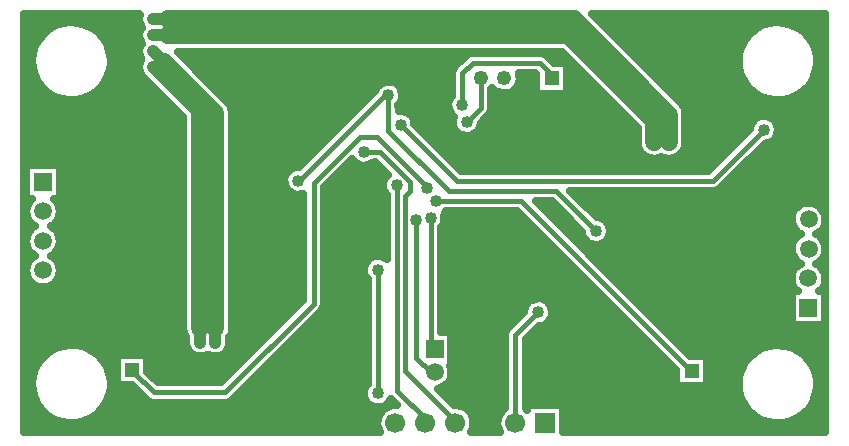
<source format=gbr>
G04 DipTrace 2.4.0.2*
%INBottom.gbr*%
%MOIN*%
%ADD13C,0.015*%
%ADD14C,0.04*%
%ADD15C,0.0591*%
%ADD16C,0.0492*%
%ADD19C,0.025*%
%ADD25R,0.0591X0.0591*%
%ADD26C,0.0591*%
%ADD28R,0.0492X0.0492*%
%ADD31R,0.0669X0.0669*%
%ADD32C,0.0669*%
%FSLAX44Y44*%
G04*
G70*
G90*
G75*
G01*
%LNBottom*%
%LPD*%
X8631Y16462D2*
D14*
X10193Y14900D1*
D15*
Y7785D1*
D14*
Y7290D1*
X8633Y16997D2*
X8983Y16646D1*
D15*
X10701Y14928D1*
Y7785D1*
D14*
Y7290D1*
X8629Y17527D2*
X9124D1*
D15*
X22472D1*
X25337Y14663D1*
Y13981D1*
D14*
X25361Y13957D1*
X8633Y18060D2*
X9128D1*
D15*
X22642D1*
X25811Y14890D1*
Y13979D1*
D14*
X25786Y13953D1*
X16466Y15530D2*
D13*
X16350D1*
X13502Y12682D1*
X13468D1*
X16466Y15530D2*
Y14352D1*
X18475Y12343D1*
X22049D1*
X23390Y11002D1*
X20704Y4603D2*
Y7543D1*
X21459Y8298D1*
X18932Y15197D2*
Y16263D1*
X19287Y16618D1*
X21515D1*
X21910Y16223D1*
Y16103D1*
X19085Y14639D2*
X19546Y15099D1*
Y16103D1*
X16751Y12538D2*
Y5684D1*
X17707Y4729D1*
Y4606D1*
X17704Y4603D1*
X15660Y13653D2*
X16173D1*
X17190Y12636D1*
Y12337D1*
X17039Y12185D1*
Y6353D1*
X18672Y4719D1*
Y4635D1*
X18704Y4603D1*
X17747Y12453D2*
Y12481D1*
X16075Y14152D1*
X15519D1*
X13973Y12606D1*
Y8585D1*
X11018Y5631D1*
X8649D1*
X7929Y6351D1*
Y6374D1*
X16875Y14555D2*
X18758Y12672D1*
X27278D1*
X28991Y14386D1*
X18058Y12016D2*
X20896D1*
X26565Y6347D1*
X26583D1*
X18008Y7085D2*
X17874D1*
Y11457D1*
X17392Y11375D2*
Y6786D1*
X17880Y6297D1*
X18008D1*
X16121Y5599D2*
Y9716D1*
D14*
X21459Y8298D3*
X18932Y15197D3*
X19085Y14639D3*
X16751Y12538D3*
X15660Y13653D3*
X17747Y12453D3*
X16875Y14555D3*
X28991Y14386D3*
X18058Y12016D3*
X17874Y11457D3*
X17392Y11375D3*
X16121Y5599D3*
Y9716D3*
X29238Y11154D3*
X28820Y8254D3*
X19951Y10745D3*
X15195Y10667D3*
X18405Y11403D3*
X6033Y12018D3*
X5992Y9462D3*
X8381Y15269D3*
X8633Y18060D3*
X10701Y7290D3*
X16466Y15530D3*
X13468Y12682D3*
X23390Y11002D3*
X8629Y17527D3*
X8633Y16997D3*
X8631Y16462D3*
X25786Y13953D3*
X25361Y13957D3*
X10193Y7290D3*
X14643Y8904D3*
X4347Y18000D2*
D19*
X8146D1*
X23517D2*
X31006D1*
X4347Y17752D2*
X5154D1*
X6657D2*
X8197D1*
X23767D2*
X28701D1*
X30204D2*
X31006D1*
X4347Y17503D2*
X4877D1*
X6935D2*
X8139D1*
X24017D2*
X28424D1*
X30482D2*
X31006D1*
X4347Y17254D2*
X4713D1*
X7099D2*
X8221D1*
X24263D2*
X28260D1*
X30646D2*
X31006D1*
X4347Y17006D2*
X4619D1*
X7193D2*
X8143D1*
X24513D2*
X28166D1*
X30739D2*
X31006D1*
X4347Y16757D2*
X4576D1*
X7236D2*
X8209D1*
X9689D2*
X18920D1*
X21880D2*
X22424D1*
X24763D2*
X28123D1*
X30782D2*
X31006D1*
X4347Y16508D2*
X4584D1*
X7228D2*
X8143D1*
X9939D2*
X18670D1*
X22446D2*
X22674D1*
X25009D2*
X28131D1*
X30775D2*
X31006D1*
X4347Y16260D2*
X4639D1*
X7173D2*
X8186D1*
X10189D2*
X18568D1*
X20845D2*
X21369D1*
X22446D2*
X22924D1*
X25259D2*
X28186D1*
X30720D2*
X31006D1*
X4347Y16011D2*
X4748D1*
X7064D2*
X8400D1*
X10435D2*
X18568D1*
X20861D2*
X21373D1*
X22446D2*
X23170D1*
X25509D2*
X28295D1*
X30607D2*
X31006D1*
X4347Y15762D2*
X4936D1*
X6876D2*
X8646D1*
X10685D2*
X16037D1*
X16896D2*
X18568D1*
X20739D2*
X21373D1*
X22446D2*
X23420D1*
X25755D2*
X28482D1*
X30423D2*
X31006D1*
X4347Y15513D2*
X5264D1*
X6548D2*
X8896D1*
X10935D2*
X15826D1*
X16954D2*
X18564D1*
X19911D2*
X23670D1*
X26005D2*
X28811D1*
X30095D2*
X31006D1*
X4347Y15265D2*
X9146D1*
X11173D2*
X15580D1*
X16872D2*
X18447D1*
X19911D2*
X23916D1*
X26251D2*
X31006D1*
X4347Y15016D2*
X9393D1*
X11278D2*
X15330D1*
X16962D2*
X18478D1*
X19900D2*
X24166D1*
X26384D2*
X31006D1*
X4347Y14767D2*
X9607D1*
X11286D2*
X15080D1*
X17314D2*
X18615D1*
X19720D2*
X24416D1*
X26396D2*
X28701D1*
X29282D2*
X31006D1*
X4347Y14519D2*
X9607D1*
X11286D2*
X14834D1*
X17415D2*
X18611D1*
X19560D2*
X24662D1*
X26396D2*
X28521D1*
X29462D2*
X31006D1*
X4347Y14270D2*
X9607D1*
X11286D2*
X14584D1*
X17665D2*
X18775D1*
X19392D2*
X24752D1*
X26396D2*
X28369D1*
X29466D2*
X31006D1*
X4347Y14021D2*
X9607D1*
X11286D2*
X14334D1*
X17915D2*
X24752D1*
X26396D2*
X28123D1*
X29306D2*
X31006D1*
X4347Y13773D2*
X9607D1*
X11286D2*
X14088D1*
X18161D2*
X24791D1*
X26357D2*
X27873D1*
X28884D2*
X31006D1*
X4347Y13524D2*
X9607D1*
X11286D2*
X13838D1*
X18411D2*
X24986D1*
X26165D2*
X27623D1*
X28634D2*
X31006D1*
X4347Y13275D2*
X9607D1*
X11286D2*
X13588D1*
X15146D2*
X15365D1*
X18661D2*
X27377D1*
X28388D2*
X31006D1*
X5544Y13027D2*
X9607D1*
X11286D2*
X13131D1*
X14900D2*
X16295D1*
X18907D2*
X27127D1*
X28138D2*
X31006D1*
X5544Y12778D2*
X9607D1*
X11286D2*
X12986D1*
X14650D2*
X16326D1*
X27888D2*
X31006D1*
X5544Y12529D2*
X9607D1*
X11286D2*
X13006D1*
X14400D2*
X16260D1*
X27642D2*
X31006D1*
X5544Y12281D2*
X9607D1*
X11286D2*
X13209D1*
X14337D2*
X16338D1*
X22618D2*
X31006D1*
X4347Y12032D2*
X4514D1*
X5403D2*
X9607D1*
X11286D2*
X13607D1*
X14337D2*
X16385D1*
X22864D2*
X31006D1*
X5528Y11783D2*
X9607D1*
X11286D2*
X13607D1*
X14337D2*
X16385D1*
X21634D2*
X22103D1*
X23114D2*
X30045D1*
X5528Y11534D2*
X9607D1*
X11286D2*
X13607D1*
X14337D2*
X16385D1*
X18357D2*
X20873D1*
X21884D2*
X22353D1*
X23364D2*
X29908D1*
X4347Y11286D2*
X4518D1*
X5400D2*
X9607D1*
X11286D2*
X13607D1*
X14337D2*
X16385D1*
X18333D2*
X21119D1*
X22130D2*
X22600D1*
X23782D2*
X29900D1*
X4347Y11037D2*
X4502D1*
X5407D2*
X9607D1*
X11286D2*
X13607D1*
X14337D2*
X16385D1*
X18239D2*
X21369D1*
X22380D2*
X22850D1*
X23880D2*
X30018D1*
X5528Y10788D2*
X9607D1*
X11286D2*
X13607D1*
X14337D2*
X16385D1*
X18239D2*
X21619D1*
X22630D2*
X22951D1*
X23829D2*
X30033D1*
X5525Y10540D2*
X9607D1*
X11286D2*
X13607D1*
X14337D2*
X16385D1*
X18239D2*
X21865D1*
X22876D2*
X29904D1*
X4347Y10291D2*
X4525D1*
X5388D2*
X9607D1*
X11286D2*
X13607D1*
X14337D2*
X16385D1*
X18239D2*
X22115D1*
X23126D2*
X29900D1*
X4347Y10042D2*
X4494D1*
X5419D2*
X9607D1*
X11286D2*
X13607D1*
X14337D2*
X15764D1*
X18239D2*
X22365D1*
X23376D2*
X30029D1*
X5532Y9794D2*
X9607D1*
X11286D2*
X13607D1*
X14337D2*
X15639D1*
X18239D2*
X22611D1*
X23622D2*
X30021D1*
X5521Y9545D2*
X9607D1*
X11286D2*
X13607D1*
X14337D2*
X15662D1*
X18239D2*
X22861D1*
X23872D2*
X29900D1*
X4347Y9296D2*
X4537D1*
X5376D2*
X9607D1*
X11286D2*
X13607D1*
X14337D2*
X15756D1*
X18239D2*
X23111D1*
X24122D2*
X29904D1*
X4347Y9048D2*
X9607D1*
X11286D2*
X13607D1*
X14337D2*
X15756D1*
X18239D2*
X23357D1*
X24368D2*
X30037D1*
X4347Y8799D2*
X9607D1*
X11286D2*
X13607D1*
X14337D2*
X15756D1*
X18239D2*
X23607D1*
X24618D2*
X29885D1*
X4347Y8550D2*
X9607D1*
X11286D2*
X13432D1*
X14337D2*
X15756D1*
X18239D2*
X21045D1*
X21872D2*
X23857D1*
X24868D2*
X29885D1*
X4347Y8302D2*
X9607D1*
X11286D2*
X13186D1*
X14196D2*
X15756D1*
X18239D2*
X20959D1*
X21950D2*
X24103D1*
X25114D2*
X29885D1*
X4347Y8053D2*
X9607D1*
X11286D2*
X12936D1*
X13946D2*
X15756D1*
X18239D2*
X20709D1*
X21880D2*
X24353D1*
X25364D2*
X29885D1*
X4347Y7804D2*
X9607D1*
X11286D2*
X12686D1*
X13696D2*
X15756D1*
X18239D2*
X20459D1*
X21470D2*
X24603D1*
X25614D2*
X31006D1*
X4347Y7555D2*
X9658D1*
X11236D2*
X12439D1*
X13450D2*
X15756D1*
X18595D2*
X20338D1*
X21224D2*
X24850D1*
X25861D2*
X31006D1*
X4347Y7307D2*
X9701D1*
X11193D2*
X12189D1*
X13200D2*
X15756D1*
X18595D2*
X20338D1*
X21068D2*
X25100D1*
X26111D2*
X31006D1*
X4347Y7058D2*
X5268D1*
X6544D2*
X9764D1*
X11130D2*
X11939D1*
X12950D2*
X15756D1*
X18595D2*
X20338D1*
X21068D2*
X25350D1*
X26361D2*
X28818D1*
X30087D2*
X31006D1*
X4347Y6809D2*
X4939D1*
X6872D2*
X7393D1*
X8466D2*
X11693D1*
X12704D2*
X15756D1*
X18595D2*
X20338D1*
X21068D2*
X25596D1*
X27118D2*
X28486D1*
X30419D2*
X31006D1*
X4347Y6561D2*
X4752D1*
X7060D2*
X7393D1*
X8466D2*
X11443D1*
X12454D2*
X15756D1*
X18595D2*
X20338D1*
X21068D2*
X25846D1*
X27118D2*
X28299D1*
X30607D2*
X31006D1*
X4347Y6312D2*
X4639D1*
X7173D2*
X7393D1*
X8474D2*
X11193D1*
X12204D2*
X15756D1*
X18591D2*
X20338D1*
X21068D2*
X26049D1*
X27118D2*
X28186D1*
X30720D2*
X31006D1*
X4347Y6063D2*
X4584D1*
X7228D2*
X7395D1*
X8720D2*
X10947D1*
X11958D2*
X15756D1*
X18540D2*
X20338D1*
X21068D2*
X26049D1*
X27118D2*
X28131D1*
X30775D2*
X31006D1*
X4347Y5815D2*
X4576D1*
X7236D2*
X7959D1*
X11708D2*
X15686D1*
X18318D2*
X20338D1*
X21068D2*
X28123D1*
X30782D2*
X31006D1*
X4347Y5566D2*
X4619D1*
X7193D2*
X8209D1*
X11458D2*
X15631D1*
X18329D2*
X20338D1*
X21068D2*
X28162D1*
X30739D2*
X31006D1*
X4347Y5317D2*
X4713D1*
X7099D2*
X8490D1*
X11173D2*
X15725D1*
X18579D2*
X20338D1*
X21068D2*
X28256D1*
X30646D2*
X31006D1*
X4347Y5069D2*
X4877D1*
X6935D2*
X16303D1*
X19107D2*
X20303D1*
X22329D2*
X28420D1*
X30486D2*
X31006D1*
X4347Y4820D2*
X5150D1*
X6661D2*
X16119D1*
X19286D2*
X20119D1*
X22329D2*
X28693D1*
X30212D2*
X31006D1*
X4347Y4571D2*
X16080D1*
X19329D2*
X20080D1*
X22329D2*
X31006D1*
X4347Y4323D2*
X16150D1*
X19259D2*
X20150D1*
X22329D2*
X31006D1*
X18217Y7645D2*
X18568D1*
Y6525D1*
X18517D1*
X18550Y6441D1*
X18568Y6297D1*
X18554Y6173D1*
X18513Y6056D1*
X18447Y5950D1*
X18359Y5861D1*
X18254Y5794D1*
X18125Y5751D1*
X18668Y5204D1*
X18754Y5201D1*
X18876Y5178D1*
X18992Y5130D1*
X19094Y5059D1*
X19180Y4968D1*
X19245Y4862D1*
X19287Y4744D1*
X19304Y4603D1*
X19291Y4479D1*
X19252Y4360D1*
X19231Y4323D1*
X20177Y4322D1*
X20120Y4471D1*
X20105Y4595D1*
X20116Y4719D1*
X20153Y4838D1*
X20213Y4947D1*
X20295Y5041D1*
X20367Y5096D1*
X20364Y6228D1*
Y7543D1*
X20387Y7665D1*
X20464Y7783D1*
X20997Y8316D1*
X21023Y8459D1*
X21081Y8569D1*
X21167Y8659D1*
X21273Y8724D1*
X21393Y8758D1*
X21518Y8759D1*
X21638Y8726D1*
X21746Y8663D1*
X21833Y8574D1*
X21893Y8465D1*
X21924Y8298D1*
X21907Y8174D1*
X21858Y8059D1*
X21781Y7962D1*
X21680Y7888D1*
X21563Y7844D1*
X21482Y7837D1*
X21045Y7403D1*
X21044Y5094D1*
X21102Y5050D1*
X21105Y5203D1*
X22304D1*
Y4324D1*
X23947Y4322D1*
X31032D1*
Y10373D1*
X31020Y10288D1*
X30979Y10170D1*
X30913Y10065D1*
X30825Y9976D1*
X30737Y9920D1*
X30808Y9877D1*
X30899Y9791D1*
X30968Y9688D1*
X31014Y9572D1*
X31032Y9428D1*
X31018Y9305D1*
X30977Y9187D1*
X30911Y9081D1*
X30832Y9001D1*
X31031Y9003D1*
Y7883D1*
X29911D1*
Y9003D1*
X30110D1*
X30039Y9073D1*
X29971Y9178D1*
X29928Y9295D1*
X29912Y9419D1*
X29924Y9543D1*
X29962Y9661D1*
X30027Y9768D1*
X30113Y9858D1*
X30207Y9921D1*
X30130Y9970D1*
X30041Y10057D1*
X29973Y10162D1*
X29930Y10279D1*
X29914Y10402D1*
X29926Y10527D1*
X29964Y10645D1*
X30029Y10752D1*
X30115Y10842D1*
X30209Y10905D1*
X30130Y10953D1*
X30041Y11040D1*
X29973Y11145D1*
X29930Y11262D1*
X29914Y11385D1*
X29926Y11510D1*
X29964Y11628D1*
X30029Y11735D1*
X30115Y11825D1*
X30219Y11894D1*
X30336Y11938D1*
X30459Y11955D1*
X30583Y11945D1*
X30702Y11907D1*
X30810Y11844D1*
X30901Y11758D1*
X30970Y11655D1*
X31016Y11539D1*
X31032Y11447D1*
Y18249D1*
X23247D1*
X26208Y15286D1*
X26285Y15189D1*
X26340Y15077D1*
X26368Y14951D1*
X26372Y14515D1*
Y13979D1*
X26358Y13855D1*
X26317Y13737D1*
X26251Y13631D1*
X26163Y13542D1*
X26058Y13475D1*
X25940Y13433D1*
X25816Y13418D1*
X25692Y13431D1*
X25571Y13473D1*
X25465Y13435D1*
X25342Y13420D1*
X25218Y13433D1*
X25099Y13473D1*
X24993Y13538D1*
X24904Y13625D1*
X24836Y13730D1*
X24793Y13847D1*
X24776Y13981D1*
Y14430D1*
X22242Y16965D1*
X19347Y16967D1*
X9453D1*
X11097Y15324D1*
X11175Y15227D1*
X11229Y15114D1*
X11258Y14989D1*
X11261Y14553D1*
Y7785D1*
X11248Y7661D1*
X11207Y7544D1*
X11167Y7481D1*
X11166Y7290D1*
X11149Y7167D1*
X11101Y7052D1*
X11023Y6955D1*
X10922Y6881D1*
X10806Y6837D1*
X10682Y6826D1*
X10414Y6881D1*
X10297Y6837D1*
X10173Y6826D1*
X10050Y6848D1*
X9938Y6901D1*
X9844Y6983D1*
X9775Y7087D1*
X9735Y7205D1*
X9728Y7415D1*
Y7474D1*
X9692Y7535D1*
X9649Y7652D1*
X9632Y7785D1*
Y14803D1*
X8302Y16133D1*
X8226Y16232D1*
X8180Y16348D1*
X8166Y16472D1*
X8185Y16595D1*
X8239Y16712D1*
X8228Y16767D1*
X8182Y16883D1*
X8168Y17006D1*
X8187Y17130D1*
X8241Y17246D1*
X8176Y17423D1*
X8164Y17547D1*
X8186Y17670D1*
X8242Y17785D1*
X8180Y17955D1*
X8168Y18080D1*
X8198Y18224D1*
X8157Y18249D1*
X4322D1*
Y4322D1*
X16177D1*
X16120Y4471D1*
X16105Y4595D1*
X16116Y4719D1*
X16153Y4838D1*
X16213Y4947D1*
X16295Y5041D1*
X16395Y5117D1*
X16508Y5170D1*
X16629Y5198D1*
X16758Y5200D1*
X16544Y5410D1*
X16520Y5361D1*
X16443Y5263D1*
X16342Y5190D1*
X16225Y5146D1*
X16101Y5134D1*
X15979Y5156D1*
X15866Y5210D1*
X15772Y5291D1*
X15703Y5395D1*
X15664Y5514D1*
X15658Y5638D1*
X15685Y5760D1*
X15743Y5870D1*
X15783Y5912D1*
X15781Y7724D1*
Y9399D1*
X15703Y9512D1*
X15664Y9631D1*
X15658Y9755D1*
X15685Y9877D1*
X15743Y9987D1*
X15829Y10077D1*
X15935Y10142D1*
X16055Y10176D1*
X16180Y10177D1*
X16300Y10145D1*
X16410Y10079D1*
X16411Y12220D1*
X16333Y12335D1*
X16294Y12453D1*
X16288Y12578D1*
X16315Y12699D1*
X16374Y12809D1*
X16451Y12892D1*
X16030Y13316D1*
X15765Y13200D1*
X15640Y13189D1*
X15518Y13211D1*
X15405Y13265D1*
X15311Y13346D1*
X15266Y13414D1*
X14698Y12851D1*
X14314Y12467D1*
X14313Y8585D1*
X14290Y8463D1*
X14213Y8344D1*
X11259Y5390D1*
X11156Y5320D1*
X11018Y5291D1*
X8649D1*
X8526Y5313D1*
X8408Y5390D1*
X7936Y5863D1*
X7418D1*
Y6885D1*
X8439D1*
Y6318D1*
X8790Y5970D1*
X10879D1*
X13631Y8724D1*
X13633Y12245D1*
X13572Y12229D1*
X13448Y12217D1*
X13326Y12239D1*
X13213Y12293D1*
X13119Y12375D1*
X13050Y12479D1*
X13011Y12597D1*
X13005Y12721D1*
X13032Y12843D1*
X13090Y12953D1*
X13176Y13044D1*
X13282Y13108D1*
X13402Y13142D1*
X13484Y13143D1*
X16030Y15692D1*
X16088Y15802D1*
X16174Y15892D1*
X16280Y15957D1*
X16400Y15991D1*
X16525Y15992D1*
X16645Y15959D1*
X16753Y15896D1*
X16840Y15807D1*
X16900Y15698D1*
X16931Y15530D1*
X16914Y15407D1*
X16865Y15292D1*
X16805Y15216D1*
X16809Y15016D1*
X16934D1*
X17054Y14984D1*
X17162Y14921D1*
X17248Y14832D1*
X17308Y14723D1*
X17339Y14571D1*
X18897Y13014D1*
X22008Y13012D1*
X27137D1*
X28526Y14401D1*
X28555Y14547D1*
X28613Y14657D1*
X28699Y14747D1*
X28806Y14812D1*
X28925Y14846D1*
X29050Y14847D1*
X29170Y14814D1*
X29278Y14751D1*
X29365Y14662D1*
X29425Y14553D1*
X29456Y14386D1*
X29439Y14262D1*
X29390Y14147D1*
X29313Y14050D1*
X29212Y13976D1*
X29095Y13932D1*
X29014Y13925D1*
X27518Y12432D1*
X27415Y12361D1*
X27278Y12332D1*
X22539D1*
X23408Y11465D1*
X23449Y11464D1*
X23569Y11431D1*
X23677Y11368D1*
X23764Y11279D1*
X23824Y11170D1*
X23855Y11002D1*
X23838Y10879D1*
X23789Y10764D1*
X23712Y10667D1*
X23611Y10593D1*
X23494Y10549D1*
X23370Y10538D1*
X23247Y10560D1*
X23135Y10614D1*
X23041Y10695D1*
X22972Y10799D1*
X22933Y10917D1*
X22929Y10983D1*
X21909Y12002D1*
X21389Y12003D1*
X26537Y6856D1*
X27094Y6858D1*
Y5836D1*
X26072D1*
Y6363D1*
X25618Y6813D1*
X20754Y11678D1*
X18377Y11676D1*
X18337Y11503D1*
X18323Y11334D1*
X18274Y11219D1*
X18213Y11143D1*
X18214Y7649D1*
X21996Y16614D2*
X22421D1*
Y15592D1*
X21399D1*
Y16252D1*
X21265Y16278D1*
X20816D1*
X20837Y16188D1*
X20844Y16103D1*
X20829Y15979D1*
X20784Y15863D1*
X20713Y15760D1*
X20619Y15679D1*
X20507Y15622D1*
X20386Y15594D1*
X20261Y15597D1*
X20141Y15629D1*
X20032Y15690D1*
X19939Y15779D1*
X19887Y15727D1*
X19886Y15099D1*
X19863Y14977D1*
X19786Y14859D1*
X19551Y14624D1*
X19533Y14515D1*
X19484Y14401D1*
X19407Y14303D1*
X19306Y14230D1*
X19190Y14186D1*
X19065Y14174D1*
X18943Y14196D1*
X18830Y14250D1*
X18736Y14332D1*
X18667Y14435D1*
X18628Y14554D1*
X18622Y14678D1*
X18658Y14817D1*
X18583Y14890D1*
X18514Y14994D1*
X18474Y15112D1*
X18468Y15237D1*
X18495Y15358D1*
X18554Y15468D1*
X18594Y15511D1*
X18592Y16263D1*
X18614Y16385D1*
X18691Y16503D1*
X19046Y16858D1*
X19149Y16928D1*
X19287Y16958D1*
X21515D1*
X21637Y16935D1*
X21755Y16858D1*
X22001Y16612D1*
X4524Y13205D2*
X5519D1*
Y12085D1*
X5320D1*
X5385Y12022D1*
X5455Y11919D1*
X5500Y11803D1*
X5519Y11660D1*
X5505Y11536D1*
X5464Y11418D1*
X5398Y11312D1*
X5310Y11223D1*
X5221Y11167D1*
X5292Y11124D1*
X5383Y11039D1*
X5453Y10935D1*
X5498Y10819D1*
X5516Y10676D1*
X5503Y10552D1*
X5462Y10434D1*
X5396Y10328D1*
X5308Y10240D1*
X5226Y10187D1*
X5292Y10141D1*
X5383Y10056D1*
X5453Y9952D1*
X5498Y9836D1*
X5516Y9693D1*
X5503Y9569D1*
X5462Y9451D1*
X5396Y9345D1*
X5308Y9257D1*
X5203Y9190D1*
X5085Y9148D1*
X4961Y9133D1*
X4837Y9145D1*
X4719Y9185D1*
X4613Y9250D1*
X4523Y9337D1*
X4455Y9442D1*
X4412Y9559D1*
X4396Y9683D1*
X4408Y9807D1*
X4447Y9926D1*
X4511Y10033D1*
X4597Y10123D1*
X4691Y10185D1*
X4613Y10233D1*
X4523Y10320D1*
X4455Y10425D1*
X4412Y10542D1*
X4396Y10666D1*
X4408Y10790D1*
X4447Y10909D1*
X4511Y11016D1*
X4597Y11106D1*
X4691Y11168D1*
X4615Y11217D1*
X4525Y11304D1*
X4457Y11409D1*
X4414Y11526D1*
X4398Y11650D1*
X4410Y11774D1*
X4449Y11892D1*
X4513Y11999D1*
X4596Y12087D1*
X4399Y12085D1*
Y13205D1*
X4524D1*
X30739Y10902D2*
X30810Y10861D1*
X30901Y10775D1*
X30970Y10672D1*
X31016Y10555D1*
X31032Y10444D1*
X31033Y11384D1*
X31020Y11271D1*
X30979Y11154D1*
X30913Y11048D1*
X30825Y10959D1*
X30743Y10907D1*
X7207Y16541D2*
X7160Y16296D1*
X7067Y16064D1*
X6931Y15854D1*
X6758Y15674D1*
X6554Y15530D1*
X6327Y15428D1*
X6084Y15370D1*
X5835Y15360D1*
X5588Y15397D1*
X5353Y15481D1*
X5137Y15608D1*
X4950Y15773D1*
X4798Y15971D1*
X4686Y16194D1*
X4619Y16434D1*
X4599Y16683D1*
X4626Y16931D1*
X4700Y17170D1*
X4817Y17390D1*
X4975Y17583D1*
X5166Y17744D1*
X5385Y17865D1*
X5622Y17942D1*
X5870Y17972D1*
X6119Y17955D1*
X6360Y17891D1*
X6585Y17783D1*
X6785Y17633D1*
X6953Y17449D1*
X7082Y17235D1*
X7169Y17001D1*
X7210Y16755D1*
X7207Y16541D1*
Y5779D2*
X7160Y5534D1*
X7067Y5302D1*
X6931Y5093D1*
X6758Y4913D1*
X6554Y4769D1*
X6327Y4666D1*
X6084Y4609D1*
X5835Y4598D1*
X5588Y4636D1*
X5353Y4719D1*
X5137Y4846D1*
X4950Y5011D1*
X4798Y5209D1*
X4686Y5432D1*
X4619Y5673D1*
X4599Y5921D1*
X4626Y6170D1*
X4700Y6408D1*
X4817Y6628D1*
X4975Y6822D1*
X5166Y6982D1*
X5385Y7103D1*
X5622Y7180D1*
X5870Y7211D1*
X6119Y7194D1*
X6360Y7130D1*
X6585Y7021D1*
X6785Y6872D1*
X6953Y6687D1*
X7082Y6474D1*
X7169Y6240D1*
X7210Y5993D1*
X7207Y5779D1*
X30753Y16541D2*
X30706Y16296D1*
X30613Y16064D1*
X30477Y15854D1*
X30304Y15674D1*
X30100Y15530D1*
X29873Y15428D1*
X29630Y15370D1*
X29381Y15360D1*
X29134Y15397D1*
X28899Y15481D1*
X28684Y15608D1*
X28496Y15773D1*
X28344Y15971D1*
X28232Y16194D1*
X28165Y16434D1*
X28145Y16683D1*
X28172Y16931D1*
X28246Y17170D1*
X28363Y17390D1*
X28521Y17583D1*
X28712Y17744D1*
X28931Y17865D1*
X29168Y17942D1*
X29416Y17972D1*
X29665Y17955D1*
X29906Y17891D1*
X30131Y17783D1*
X30331Y17633D1*
X30499Y17449D1*
X30629Y17235D1*
X30715Y17001D1*
X30756Y16755D1*
X30753Y16541D1*
Y5777D2*
X30706Y5532D1*
X30613Y5300D1*
X30477Y5091D1*
X30304Y4911D1*
X30100Y4767D1*
X29873Y4664D1*
X29630Y4607D1*
X29381Y4596D1*
X29134Y4634D1*
X28899Y4717D1*
X28684Y4844D1*
X28496Y5009D1*
X28344Y5207D1*
X28232Y5430D1*
X28165Y5671D1*
X28145Y5919D1*
X28172Y6168D1*
X28246Y6406D1*
X28363Y6626D1*
X28521Y6820D1*
X28712Y6980D1*
X28931Y7101D1*
X29168Y7178D1*
X29416Y7209D1*
X29665Y7192D1*
X29906Y7128D1*
X30131Y7019D1*
X30331Y6870D1*
X30499Y6685D1*
X30629Y6472D1*
X30715Y6238D1*
X30756Y5991D1*
X30753Y5777D1*
D25*
X18008Y7085D3*
D26*
Y6297D3*
X18795D3*
Y7085D3*
D28*
X7929Y6374D3*
D16*
X8716Y6373D3*
D28*
X26583Y6347D3*
D16*
X27370Y6346D3*
D25*
X4959Y12645D3*
D15*
X4958Y11660D3*
X4956Y10676D3*
Y9693D3*
D25*
X30471Y8443D3*
D15*
X30472Y9428D3*
X30474Y10412D3*
Y11395D3*
D31*
X21704Y4603D3*
D32*
X20704D3*
X19704D3*
X18704D3*
X17704D3*
X16704D3*
D28*
X21910Y16103D3*
D16*
X21123Y16104D3*
X20333Y16103D3*
X19546D3*
M02*

</source>
